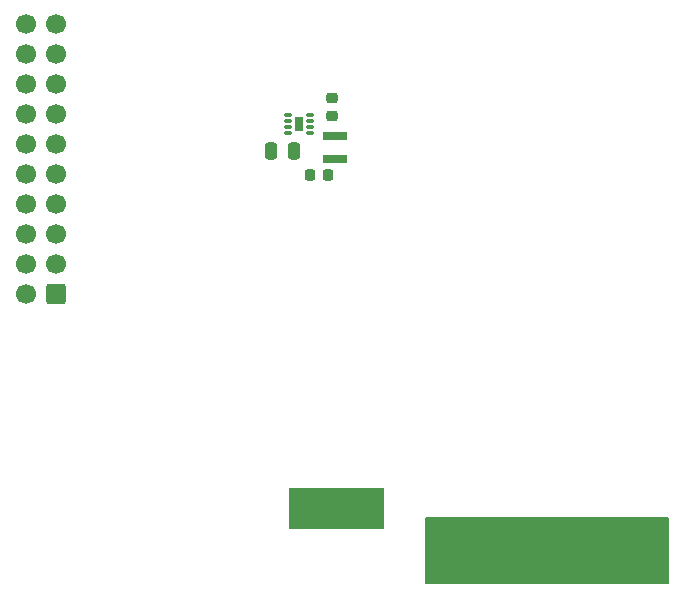
<source format=gbr>
%TF.GenerationSoftware,KiCad,Pcbnew,9.0.3*%
%TF.CreationDate,2025-08-09T18:19:05-04:00*%
%TF.ProjectId,PCIe-Aux-Signal-Breakout,50434965-2d41-4757-982d-5369676e616c,rev?*%
%TF.SameCoordinates,Original*%
%TF.FileFunction,Soldermask,Top*%
%TF.FilePolarity,Negative*%
%FSLAX46Y46*%
G04 Gerber Fmt 4.6, Leading zero omitted, Abs format (unit mm)*
G04 Created by KiCad (PCBNEW 9.0.3) date 2025-08-09 18:19:05*
%MOMM*%
%LPD*%
G01*
G04 APERTURE LIST*
G04 Aperture macros list*
%AMRoundRect*
0 Rectangle with rounded corners*
0 $1 Rounding radius*
0 $2 $3 $4 $5 $6 $7 $8 $9 X,Y pos of 4 corners*
0 Add a 4 corners polygon primitive as box body*
4,1,4,$2,$3,$4,$5,$6,$7,$8,$9,$2,$3,0*
0 Add four circle primitives for the rounded corners*
1,1,$1+$1,$2,$3*
1,1,$1+$1,$4,$5*
1,1,$1+$1,$6,$7*
1,1,$1+$1,$8,$9*
0 Add four rect primitives between the rounded corners*
20,1,$1+$1,$2,$3,$4,$5,0*
20,1,$1+$1,$4,$5,$6,$7,0*
20,1,$1+$1,$6,$7,$8,$9,0*
20,1,$1+$1,$8,$9,$2,$3,0*%
G04 Aperture macros list end*
%ADD10C,0.000000*%
%ADD11C,0.200000*%
%ADD12O,0.800000X0.300000*%
%ADD13R,0.700000X1.300000*%
%ADD14RoundRect,0.250000X0.600000X0.600000X-0.600000X0.600000X-0.600000X-0.600000X0.600000X-0.600000X0*%
%ADD15C,1.700000*%
%ADD16RoundRect,0.225000X0.250000X-0.225000X0.250000X0.225000X-0.250000X0.225000X-0.250000X-0.225000X0*%
%ADD17R,2.000000X0.800000*%
%ADD18RoundRect,0.225000X0.225000X0.250000X-0.225000X0.250000X-0.225000X-0.250000X0.225000X-0.250000X0*%
%ADD19RoundRect,0.250000X-0.250000X-0.475000X0.250000X-0.475000X0.250000X0.475000X-0.250000X0.475000X0*%
G04 APERTURE END LIST*
D10*
%TO.C,J1*%
G36*
X87590000Y-136120000D02*
G01*
X79590000Y-136120000D01*
X79590000Y-132620000D01*
X87590000Y-132620000D01*
X87590000Y-136120000D01*
G37*
D11*
X111640000Y-140620000D02*
X91140000Y-140620000D01*
X91140000Y-135120000D01*
X111640000Y-135120000D01*
X111640000Y-140620000D01*
G36*
X111640000Y-140620000D02*
G01*
X91140000Y-140620000D01*
X91140000Y-135120000D01*
X111640000Y-135120000D01*
X111640000Y-140620000D01*
G37*
%TD*%
D12*
%TO.C,U1*%
X81365000Y-102520000D03*
X81365000Y-102020000D03*
X81365000Y-101520000D03*
X81365000Y-101020000D03*
X79465000Y-101020000D03*
X79465000Y-101520000D03*
X79465000Y-102020000D03*
X79465000Y-102520000D03*
D13*
X80415000Y-101770000D03*
%TD*%
D14*
%TO.C,J3*%
X59877500Y-116180000D03*
D15*
X57337500Y-116180000D03*
X59877500Y-113640000D03*
X57337500Y-113640000D03*
X59877500Y-111100000D03*
X57337500Y-111100000D03*
X59877500Y-108560000D03*
X57337500Y-108560000D03*
X59877500Y-106020000D03*
X57337500Y-106020000D03*
X59877500Y-103480000D03*
X57337500Y-103480000D03*
X59877500Y-100940000D03*
X57337500Y-100940000D03*
X59877500Y-98400000D03*
X57337500Y-98400000D03*
X59877500Y-95860000D03*
X57337500Y-95860000D03*
X59877500Y-93320000D03*
X57337500Y-93320000D03*
%TD*%
D16*
%TO.C,C3*%
X83245000Y-101120000D03*
X83245000Y-99570000D03*
%TD*%
D17*
%TO.C,L1*%
X83445000Y-104770000D03*
X83445000Y-102770000D03*
%TD*%
D18*
%TO.C,C2*%
X82870000Y-106100000D03*
X81320000Y-106100000D03*
%TD*%
D19*
%TO.C,C1*%
X78065000Y-104080000D03*
X79965000Y-104080000D03*
%TD*%
M02*

</source>
